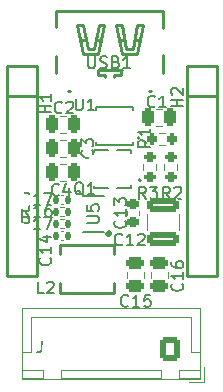
<source format=gbr>
%TF.GenerationSoftware,KiCad,Pcbnew,8.0.8*%
%TF.CreationDate,2025-03-27T14:33:37-07:00*%
%TF.ProjectId,pepper_stepper,70657070-6572-45f7-9374-65707065722e,rev?*%
%TF.SameCoordinates,Original*%
%TF.FileFunction,Legend,Top*%
%TF.FilePolarity,Positive*%
%FSLAX46Y46*%
G04 Gerber Fmt 4.6, Leading zero omitted, Abs format (unit mm)*
G04 Created by KiCad (PCBNEW 8.0.8) date 2025-03-27 14:33:37*
%MOMM*%
%LPD*%
G01*
G04 APERTURE LIST*
G04 Aperture macros list*
%AMRoundRect*
0 Rectangle with rounded corners*
0 $1 Rounding radius*
0 $2 $3 $4 $5 $6 $7 $8 $9 X,Y pos of 4 corners*
0 Add a 4 corners polygon primitive as box body*
4,1,4,$2,$3,$4,$5,$6,$7,$8,$9,$2,$3,0*
0 Add four circle primitives for the rounded corners*
1,1,$1+$1,$2,$3*
1,1,$1+$1,$4,$5*
1,1,$1+$1,$6,$7*
1,1,$1+$1,$8,$9*
0 Add four rect primitives between the rounded corners*
20,1,$1+$1,$2,$3,$4,$5,0*
20,1,$1+$1,$4,$5,$6,$7,0*
20,1,$1+$1,$6,$7,$8,$9,0*
20,1,$1+$1,$8,$9,$2,$3,0*%
G04 Aperture macros list end*
%ADD10C,0.150000*%
%ADD11C,0.120000*%
%ADD12C,0.300000*%
%ADD13C,0.250000*%
%ADD14C,0.200000*%
%ADD15R,0.660000X0.280000*%
%ADD16R,1.500000X2.500000*%
%ADD17RoundRect,0.200000X0.275000X-0.200000X0.275000X0.200000X-0.275000X0.200000X-0.275000X-0.200000X0*%
%ADD18RoundRect,0.250000X-1.100000X0.325000X-1.100000X-0.325000X1.100000X-0.325000X1.100000X0.325000X0*%
%ADD19RoundRect,0.140000X-0.140000X-0.170000X0.140000X-0.170000X0.140000X0.170000X-0.140000X0.170000X0*%
%ADD20RoundRect,0.135000X0.135000X0.185000X-0.135000X0.185000X-0.135000X-0.185000X0.135000X-0.185000X0*%
%ADD21RoundRect,0.250000X0.250000X0.475000X-0.250000X0.475000X-0.250000X-0.475000X0.250000X-0.475000X0*%
%ADD22RoundRect,0.250000X-0.250000X-0.475000X0.250000X-0.475000X0.250000X0.475000X-0.250000X0.475000X0*%
%ADD23R,1.070000X0.530000*%
%ADD24R,1.400000X1.400000*%
%ADD25C,1.400000*%
%ADD26R,0.800000X0.400000*%
%ADD27R,2.000000X2.600000*%
%ADD28R,1.800000X2.000000*%
%ADD29RoundRect,0.225000X0.250000X-0.225000X0.250000X0.225000X-0.250000X0.225000X-0.250000X-0.225000X0*%
%ADD30RoundRect,0.250000X0.600000X0.725000X-0.600000X0.725000X-0.600000X-0.725000X0.600000X-0.725000X0*%
%ADD31O,1.700000X1.950000*%
%ADD32RoundRect,0.200000X0.200000X0.275000X-0.200000X0.275000X-0.200000X-0.275000X0.200000X-0.275000X0*%
%ADD33RoundRect,0.140000X0.140000X0.170000X-0.140000X0.170000X-0.140000X-0.170000X0.140000X-0.170000X0*%
%ADD34RoundRect,0.200000X-0.275000X0.200000X-0.275000X-0.200000X0.275000X-0.200000X0.275000X0.200000X0*%
%ADD35RoundRect,0.135000X-0.135000X-0.185000X0.135000X-0.185000X0.135000X0.185000X-0.135000X0.185000X0*%
%ADD36RoundRect,0.250000X-0.475000X0.250000X-0.475000X-0.250000X0.475000X-0.250000X0.475000X0.250000X0*%
%ADD37O,1.100000X1.700000*%
%ADD38R,0.700000X1.200000*%
%ADD39R,0.800000X1.200000*%
G04 APERTURE END LIST*
D10*
X106172095Y-44666819D02*
X106172095Y-45476342D01*
X106172095Y-45476342D02*
X106219714Y-45571580D01*
X106219714Y-45571580D02*
X106267333Y-45619200D01*
X106267333Y-45619200D02*
X106362571Y-45666819D01*
X106362571Y-45666819D02*
X106553047Y-45666819D01*
X106553047Y-45666819D02*
X106648285Y-45619200D01*
X106648285Y-45619200D02*
X106695904Y-45571580D01*
X106695904Y-45571580D02*
X106743523Y-45476342D01*
X106743523Y-45476342D02*
X106743523Y-44666819D01*
X107743523Y-45666819D02*
X107172095Y-45666819D01*
X107457809Y-45666819D02*
X107457809Y-44666819D01*
X107457809Y-44666819D02*
X107362571Y-44809676D01*
X107362571Y-44809676D02*
X107267333Y-44904914D01*
X107267333Y-44904914D02*
X107172095Y-44952533D01*
X112101333Y-53148637D02*
X111768000Y-52672446D01*
X111529905Y-53148637D02*
X111529905Y-52148637D01*
X111529905Y-52148637D02*
X111910857Y-52148637D01*
X111910857Y-52148637D02*
X112006095Y-52196256D01*
X112006095Y-52196256D02*
X112053714Y-52243875D01*
X112053714Y-52243875D02*
X112101333Y-52339113D01*
X112101333Y-52339113D02*
X112101333Y-52481970D01*
X112101333Y-52481970D02*
X112053714Y-52577208D01*
X112053714Y-52577208D02*
X112006095Y-52624827D01*
X112006095Y-52624827D02*
X111910857Y-52672446D01*
X111910857Y-52672446D02*
X111529905Y-52672446D01*
X112434667Y-52148637D02*
X113053714Y-52148637D01*
X113053714Y-52148637D02*
X112720381Y-52529589D01*
X112720381Y-52529589D02*
X112863238Y-52529589D01*
X112863238Y-52529589D02*
X112958476Y-52577208D01*
X112958476Y-52577208D02*
X113006095Y-52624827D01*
X113006095Y-52624827D02*
X113053714Y-52720065D01*
X113053714Y-52720065D02*
X113053714Y-52958160D01*
X113053714Y-52958160D02*
X113006095Y-53053398D01*
X113006095Y-53053398D02*
X112958476Y-53101018D01*
X112958476Y-53101018D02*
X112863238Y-53148637D01*
X112863238Y-53148637D02*
X112577524Y-53148637D01*
X112577524Y-53148637D02*
X112482286Y-53101018D01*
X112482286Y-53101018D02*
X112434667Y-53053398D01*
X110101142Y-57001580D02*
X110053523Y-57049200D01*
X110053523Y-57049200D02*
X109910666Y-57096819D01*
X109910666Y-57096819D02*
X109815428Y-57096819D01*
X109815428Y-57096819D02*
X109672571Y-57049200D01*
X109672571Y-57049200D02*
X109577333Y-56953961D01*
X109577333Y-56953961D02*
X109529714Y-56858723D01*
X109529714Y-56858723D02*
X109482095Y-56668247D01*
X109482095Y-56668247D02*
X109482095Y-56525390D01*
X109482095Y-56525390D02*
X109529714Y-56334914D01*
X109529714Y-56334914D02*
X109577333Y-56239676D01*
X109577333Y-56239676D02*
X109672571Y-56144438D01*
X109672571Y-56144438D02*
X109815428Y-56096819D01*
X109815428Y-56096819D02*
X109910666Y-56096819D01*
X109910666Y-56096819D02*
X110053523Y-56144438D01*
X110053523Y-56144438D02*
X110101142Y-56192057D01*
X111053523Y-57096819D02*
X110482095Y-57096819D01*
X110767809Y-57096819D02*
X110767809Y-56096819D01*
X110767809Y-56096819D02*
X110672571Y-56239676D01*
X110672571Y-56239676D02*
X110577333Y-56334914D01*
X110577333Y-56334914D02*
X110482095Y-56382533D01*
X111434476Y-56192057D02*
X111482095Y-56144438D01*
X111482095Y-56144438D02*
X111577333Y-56096819D01*
X111577333Y-56096819D02*
X111815428Y-56096819D01*
X111815428Y-56096819D02*
X111910666Y-56144438D01*
X111910666Y-56144438D02*
X111958285Y-56192057D01*
X111958285Y-56192057D02*
X112005904Y-56287295D01*
X112005904Y-56287295D02*
X112005904Y-56382533D01*
X112005904Y-56382533D02*
X111958285Y-56525390D01*
X111958285Y-56525390D02*
X111386857Y-57096819D01*
X111386857Y-57096819D02*
X112005904Y-57096819D01*
X102227142Y-53561398D02*
X102179523Y-53609018D01*
X102179523Y-53609018D02*
X102036666Y-53656637D01*
X102036666Y-53656637D02*
X101941428Y-53656637D01*
X101941428Y-53656637D02*
X101798571Y-53609018D01*
X101798571Y-53609018D02*
X101703333Y-53513779D01*
X101703333Y-53513779D02*
X101655714Y-53418541D01*
X101655714Y-53418541D02*
X101608095Y-53228065D01*
X101608095Y-53228065D02*
X101608095Y-53085208D01*
X101608095Y-53085208D02*
X101655714Y-52894732D01*
X101655714Y-52894732D02*
X101703333Y-52799494D01*
X101703333Y-52799494D02*
X101798571Y-52704256D01*
X101798571Y-52704256D02*
X101941428Y-52656637D01*
X101941428Y-52656637D02*
X102036666Y-52656637D01*
X102036666Y-52656637D02*
X102179523Y-52704256D01*
X102179523Y-52704256D02*
X102227142Y-52751875D01*
X103179523Y-53656637D02*
X102608095Y-53656637D01*
X102893809Y-53656637D02*
X102893809Y-52656637D01*
X102893809Y-52656637D02*
X102798571Y-52799494D01*
X102798571Y-52799494D02*
X102703333Y-52894732D01*
X102703333Y-52894732D02*
X102608095Y-52942351D01*
X103512857Y-52656637D02*
X104179523Y-52656637D01*
X104179523Y-52656637D02*
X103750952Y-53656637D01*
X102227142Y-54672637D02*
X101893809Y-54196446D01*
X101655714Y-54672637D02*
X101655714Y-53672637D01*
X101655714Y-53672637D02*
X102036666Y-53672637D01*
X102036666Y-53672637D02*
X102131904Y-53720256D01*
X102131904Y-53720256D02*
X102179523Y-53767875D01*
X102179523Y-53767875D02*
X102227142Y-53863113D01*
X102227142Y-53863113D02*
X102227142Y-54005970D01*
X102227142Y-54005970D02*
X102179523Y-54101208D01*
X102179523Y-54101208D02*
X102131904Y-54148827D01*
X102131904Y-54148827D02*
X102036666Y-54196446D01*
X102036666Y-54196446D02*
X101655714Y-54196446D01*
X103179523Y-54672637D02*
X102608095Y-54672637D01*
X102893809Y-54672637D02*
X102893809Y-53672637D01*
X102893809Y-53672637D02*
X102798571Y-53815494D01*
X102798571Y-53815494D02*
X102703333Y-53910732D01*
X102703333Y-53910732D02*
X102608095Y-53958351D01*
X104036666Y-53672637D02*
X103846190Y-53672637D01*
X103846190Y-53672637D02*
X103750952Y-53720256D01*
X103750952Y-53720256D02*
X103703333Y-53767875D01*
X103703333Y-53767875D02*
X103608095Y-53910732D01*
X103608095Y-53910732D02*
X103560476Y-54101208D01*
X103560476Y-54101208D02*
X103560476Y-54482160D01*
X103560476Y-54482160D02*
X103608095Y-54577398D01*
X103608095Y-54577398D02*
X103655714Y-54625018D01*
X103655714Y-54625018D02*
X103750952Y-54672637D01*
X103750952Y-54672637D02*
X103941428Y-54672637D01*
X103941428Y-54672637D02*
X104036666Y-54625018D01*
X104036666Y-54625018D02*
X104084285Y-54577398D01*
X104084285Y-54577398D02*
X104131904Y-54482160D01*
X104131904Y-54482160D02*
X104131904Y-54244065D01*
X104131904Y-54244065D02*
X104084285Y-54148827D01*
X104084285Y-54148827D02*
X104036666Y-54101208D01*
X104036666Y-54101208D02*
X103941428Y-54053589D01*
X103941428Y-54053589D02*
X103750952Y-54053589D01*
X103750952Y-54053589D02*
X103655714Y-54101208D01*
X103655714Y-54101208D02*
X103608095Y-54148827D01*
X103608095Y-54148827D02*
X103560476Y-54244065D01*
X107547580Y-49050484D02*
X107595200Y-49098103D01*
X107595200Y-49098103D02*
X107642819Y-49240960D01*
X107642819Y-49240960D02*
X107642819Y-49336198D01*
X107642819Y-49336198D02*
X107595200Y-49479055D01*
X107595200Y-49479055D02*
X107499961Y-49574293D01*
X107499961Y-49574293D02*
X107404723Y-49621912D01*
X107404723Y-49621912D02*
X107214247Y-49669531D01*
X107214247Y-49669531D02*
X107071390Y-49669531D01*
X107071390Y-49669531D02*
X106880914Y-49621912D01*
X106880914Y-49621912D02*
X106785676Y-49574293D01*
X106785676Y-49574293D02*
X106690438Y-49479055D01*
X106690438Y-49479055D02*
X106642819Y-49336198D01*
X106642819Y-49336198D02*
X106642819Y-49240960D01*
X106642819Y-49240960D02*
X106690438Y-49098103D01*
X106690438Y-49098103D02*
X106738057Y-49050484D01*
X106642819Y-48717150D02*
X106642819Y-48098103D01*
X106642819Y-48098103D02*
X107023771Y-48431436D01*
X107023771Y-48431436D02*
X107023771Y-48288579D01*
X107023771Y-48288579D02*
X107071390Y-48193341D01*
X107071390Y-48193341D02*
X107119009Y-48145722D01*
X107119009Y-48145722D02*
X107214247Y-48098103D01*
X107214247Y-48098103D02*
X107452342Y-48098103D01*
X107452342Y-48098103D02*
X107547580Y-48145722D01*
X107547580Y-48145722D02*
X107595200Y-48193341D01*
X107595200Y-48193341D02*
X107642819Y-48288579D01*
X107642819Y-48288579D02*
X107642819Y-48574293D01*
X107642819Y-48574293D02*
X107595200Y-48669531D01*
X107595200Y-48669531D02*
X107547580Y-48717150D01*
X104989333Y-45825580D02*
X104941714Y-45873200D01*
X104941714Y-45873200D02*
X104798857Y-45920819D01*
X104798857Y-45920819D02*
X104703619Y-45920819D01*
X104703619Y-45920819D02*
X104560762Y-45873200D01*
X104560762Y-45873200D02*
X104465524Y-45777961D01*
X104465524Y-45777961D02*
X104417905Y-45682723D01*
X104417905Y-45682723D02*
X104370286Y-45492247D01*
X104370286Y-45492247D02*
X104370286Y-45349390D01*
X104370286Y-45349390D02*
X104417905Y-45158914D01*
X104417905Y-45158914D02*
X104465524Y-45063676D01*
X104465524Y-45063676D02*
X104560762Y-44968438D01*
X104560762Y-44968438D02*
X104703619Y-44920819D01*
X104703619Y-44920819D02*
X104798857Y-44920819D01*
X104798857Y-44920819D02*
X104941714Y-44968438D01*
X104941714Y-44968438D02*
X104989333Y-45016057D01*
X105370286Y-45016057D02*
X105417905Y-44968438D01*
X105417905Y-44968438D02*
X105513143Y-44920819D01*
X105513143Y-44920819D02*
X105751238Y-44920819D01*
X105751238Y-44920819D02*
X105846476Y-44968438D01*
X105846476Y-44968438D02*
X105894095Y-45016057D01*
X105894095Y-45016057D02*
X105941714Y-45111295D01*
X105941714Y-45111295D02*
X105941714Y-45206533D01*
X105941714Y-45206533D02*
X105894095Y-45349390D01*
X105894095Y-45349390D02*
X105322667Y-45920819D01*
X105322667Y-45920819D02*
X105941714Y-45920819D01*
X107118419Y-55198122D02*
X107927942Y-55198122D01*
X107927942Y-55198122D02*
X108023180Y-55150503D01*
X108023180Y-55150503D02*
X108070800Y-55102884D01*
X108070800Y-55102884D02*
X108118419Y-55007646D01*
X108118419Y-55007646D02*
X108118419Y-54817170D01*
X108118419Y-54817170D02*
X108070800Y-54721932D01*
X108070800Y-54721932D02*
X108023180Y-54674313D01*
X108023180Y-54674313D02*
X107927942Y-54626694D01*
X107927942Y-54626694D02*
X107118419Y-54626694D01*
X107118419Y-53674313D02*
X107118419Y-54150503D01*
X107118419Y-54150503D02*
X107594609Y-54198122D01*
X107594609Y-54198122D02*
X107546990Y-54150503D01*
X107546990Y-54150503D02*
X107499371Y-54055265D01*
X107499371Y-54055265D02*
X107499371Y-53817170D01*
X107499371Y-53817170D02*
X107546990Y-53721932D01*
X107546990Y-53721932D02*
X107594609Y-53674313D01*
X107594609Y-53674313D02*
X107689847Y-53626694D01*
X107689847Y-53626694D02*
X107927942Y-53626694D01*
X107927942Y-53626694D02*
X108023180Y-53674313D01*
X108023180Y-53674313D02*
X108070800Y-53721932D01*
X108070800Y-53721932D02*
X108118419Y-53817170D01*
X108118419Y-53817170D02*
X108118419Y-54055265D01*
X108118419Y-54055265D02*
X108070800Y-54150503D01*
X108070800Y-54150503D02*
X108023180Y-54198122D01*
X104086819Y-45835722D02*
X103086819Y-45835722D01*
X103563009Y-45835722D02*
X103563009Y-45264294D01*
X104086819Y-45264294D02*
X103086819Y-45264294D01*
X104086819Y-44264294D02*
X104086819Y-44835722D01*
X104086819Y-44550008D02*
X103086819Y-44550008D01*
X103086819Y-44550008D02*
X103229676Y-44645246D01*
X103229676Y-44645246D02*
X103324914Y-44740484D01*
X103324914Y-44740484D02*
X103372533Y-44835722D01*
X106838761Y-52862875D02*
X106743523Y-52815256D01*
X106743523Y-52815256D02*
X106648285Y-52720018D01*
X106648285Y-52720018D02*
X106505428Y-52577160D01*
X106505428Y-52577160D02*
X106410190Y-52529541D01*
X106410190Y-52529541D02*
X106314952Y-52529541D01*
X106362571Y-52767637D02*
X106267333Y-52720018D01*
X106267333Y-52720018D02*
X106172095Y-52624779D01*
X106172095Y-52624779D02*
X106124476Y-52434303D01*
X106124476Y-52434303D02*
X106124476Y-52100970D01*
X106124476Y-52100970D02*
X106172095Y-51910494D01*
X106172095Y-51910494D02*
X106267333Y-51815256D01*
X106267333Y-51815256D02*
X106362571Y-51767637D01*
X106362571Y-51767637D02*
X106553047Y-51767637D01*
X106553047Y-51767637D02*
X106648285Y-51815256D01*
X106648285Y-51815256D02*
X106743523Y-51910494D01*
X106743523Y-51910494D02*
X106791142Y-52100970D01*
X106791142Y-52100970D02*
X106791142Y-52434303D01*
X106791142Y-52434303D02*
X106743523Y-52624779D01*
X106743523Y-52624779D02*
X106648285Y-52720018D01*
X106648285Y-52720018D02*
X106553047Y-52767637D01*
X106553047Y-52767637D02*
X106362571Y-52767637D01*
X107743523Y-52767637D02*
X107172095Y-52767637D01*
X107457809Y-52767637D02*
X107457809Y-51767637D01*
X107457809Y-51767637D02*
X107362571Y-51910494D01*
X107362571Y-51910494D02*
X107267333Y-52005732D01*
X107267333Y-52005732D02*
X107172095Y-52053351D01*
X103465333Y-61160819D02*
X102989143Y-61160819D01*
X102989143Y-61160819D02*
X102989143Y-60160819D01*
X103751048Y-60256057D02*
X103798667Y-60208438D01*
X103798667Y-60208438D02*
X103893905Y-60160819D01*
X103893905Y-60160819D02*
X104132000Y-60160819D01*
X104132000Y-60160819D02*
X104227238Y-60208438D01*
X104227238Y-60208438D02*
X104274857Y-60256057D01*
X104274857Y-60256057D02*
X104322476Y-60351295D01*
X104322476Y-60351295D02*
X104322476Y-60446533D01*
X104322476Y-60446533D02*
X104274857Y-60589390D01*
X104274857Y-60589390D02*
X103703429Y-61160819D01*
X103703429Y-61160819D02*
X104322476Y-61160819D01*
X110341580Y-54998857D02*
X110389200Y-55046476D01*
X110389200Y-55046476D02*
X110436819Y-55189333D01*
X110436819Y-55189333D02*
X110436819Y-55284571D01*
X110436819Y-55284571D02*
X110389200Y-55427428D01*
X110389200Y-55427428D02*
X110293961Y-55522666D01*
X110293961Y-55522666D02*
X110198723Y-55570285D01*
X110198723Y-55570285D02*
X110008247Y-55617904D01*
X110008247Y-55617904D02*
X109865390Y-55617904D01*
X109865390Y-55617904D02*
X109674914Y-55570285D01*
X109674914Y-55570285D02*
X109579676Y-55522666D01*
X109579676Y-55522666D02*
X109484438Y-55427428D01*
X109484438Y-55427428D02*
X109436819Y-55284571D01*
X109436819Y-55284571D02*
X109436819Y-55189333D01*
X109436819Y-55189333D02*
X109484438Y-55046476D01*
X109484438Y-55046476D02*
X109532057Y-54998857D01*
X110436819Y-54046476D02*
X110436819Y-54617904D01*
X110436819Y-54332190D02*
X109436819Y-54332190D01*
X109436819Y-54332190D02*
X109579676Y-54427428D01*
X109579676Y-54427428D02*
X109674914Y-54522666D01*
X109674914Y-54522666D02*
X109722533Y-54617904D01*
X109436819Y-53713142D02*
X109436819Y-53094095D01*
X109436819Y-53094095D02*
X109817771Y-53427428D01*
X109817771Y-53427428D02*
X109817771Y-53284571D01*
X109817771Y-53284571D02*
X109865390Y-53189333D01*
X109865390Y-53189333D02*
X109913009Y-53141714D01*
X109913009Y-53141714D02*
X110008247Y-53094095D01*
X110008247Y-53094095D02*
X110246342Y-53094095D01*
X110246342Y-53094095D02*
X110341580Y-53141714D01*
X110341580Y-53141714D02*
X110389200Y-53189333D01*
X110389200Y-53189333D02*
X110436819Y-53284571D01*
X110436819Y-53284571D02*
X110436819Y-53570285D01*
X110436819Y-53570285D02*
X110389200Y-53665523D01*
X110389200Y-53665523D02*
X110341580Y-53713142D01*
X112863333Y-45317580D02*
X112815714Y-45365200D01*
X112815714Y-45365200D02*
X112672857Y-45412819D01*
X112672857Y-45412819D02*
X112577619Y-45412819D01*
X112577619Y-45412819D02*
X112434762Y-45365200D01*
X112434762Y-45365200D02*
X112339524Y-45269961D01*
X112339524Y-45269961D02*
X112291905Y-45174723D01*
X112291905Y-45174723D02*
X112244286Y-44984247D01*
X112244286Y-44984247D02*
X112244286Y-44841390D01*
X112244286Y-44841390D02*
X112291905Y-44650914D01*
X112291905Y-44650914D02*
X112339524Y-44555676D01*
X112339524Y-44555676D02*
X112434762Y-44460438D01*
X112434762Y-44460438D02*
X112577619Y-44412819D01*
X112577619Y-44412819D02*
X112672857Y-44412819D01*
X112672857Y-44412819D02*
X112815714Y-44460438D01*
X112815714Y-44460438D02*
X112863333Y-44508057D01*
X113815714Y-45412819D02*
X113244286Y-45412819D01*
X113530000Y-45412819D02*
X113530000Y-44412819D01*
X113530000Y-44412819D02*
X113434762Y-44555676D01*
X113434762Y-44555676D02*
X113339524Y-44650914D01*
X113339524Y-44650914D02*
X113244286Y-44698533D01*
X103298666Y-65168257D02*
X103298666Y-65882542D01*
X103298666Y-65882542D02*
X103251047Y-66025399D01*
X103251047Y-66025399D02*
X103155809Y-66120638D01*
X103155809Y-66120638D02*
X103012952Y-66168257D01*
X103012952Y-66168257D02*
X102917714Y-66168257D01*
X104298666Y-66168257D02*
X103727238Y-66168257D01*
X104012952Y-66168257D02*
X104012952Y-65168257D01*
X104012952Y-65168257D02*
X103917714Y-65311114D01*
X103917714Y-65311114D02*
X103822476Y-65406352D01*
X103822476Y-65406352D02*
X103727238Y-65453971D01*
X112468819Y-48172666D02*
X111992628Y-48505999D01*
X112468819Y-48744094D02*
X111468819Y-48744094D01*
X111468819Y-48744094D02*
X111468819Y-48363142D01*
X111468819Y-48363142D02*
X111516438Y-48267904D01*
X111516438Y-48267904D02*
X111564057Y-48220285D01*
X111564057Y-48220285D02*
X111659295Y-48172666D01*
X111659295Y-48172666D02*
X111802152Y-48172666D01*
X111802152Y-48172666D02*
X111897390Y-48220285D01*
X111897390Y-48220285D02*
X111945009Y-48267904D01*
X111945009Y-48267904D02*
X111992628Y-48363142D01*
X111992628Y-48363142D02*
X111992628Y-48744094D01*
X112468819Y-47220285D02*
X112468819Y-47791713D01*
X112468819Y-47505999D02*
X111468819Y-47505999D01*
X111468819Y-47505999D02*
X111611676Y-47601237D01*
X111611676Y-47601237D02*
X111706914Y-47696475D01*
X111706914Y-47696475D02*
X111754533Y-47791713D01*
X104735333Y-52799398D02*
X104687714Y-52847018D01*
X104687714Y-52847018D02*
X104544857Y-52894637D01*
X104544857Y-52894637D02*
X104449619Y-52894637D01*
X104449619Y-52894637D02*
X104306762Y-52847018D01*
X104306762Y-52847018D02*
X104211524Y-52751779D01*
X104211524Y-52751779D02*
X104163905Y-52656541D01*
X104163905Y-52656541D02*
X104116286Y-52466065D01*
X104116286Y-52466065D02*
X104116286Y-52323208D01*
X104116286Y-52323208D02*
X104163905Y-52132732D01*
X104163905Y-52132732D02*
X104211524Y-52037494D01*
X104211524Y-52037494D02*
X104306762Y-51942256D01*
X104306762Y-51942256D02*
X104449619Y-51894637D01*
X104449619Y-51894637D02*
X104544857Y-51894637D01*
X104544857Y-51894637D02*
X104687714Y-51942256D01*
X104687714Y-51942256D02*
X104735333Y-51989875D01*
X105592476Y-52227970D02*
X105592476Y-52894637D01*
X105354381Y-51847018D02*
X105116286Y-52561303D01*
X105116286Y-52561303D02*
X105735333Y-52561303D01*
X115262819Y-45327722D02*
X114262819Y-45327722D01*
X114739009Y-45327722D02*
X114739009Y-44756294D01*
X115262819Y-44756294D02*
X114262819Y-44756294D01*
X114358057Y-44327722D02*
X114310438Y-44280103D01*
X114310438Y-44280103D02*
X114262819Y-44184865D01*
X114262819Y-44184865D02*
X114262819Y-43946770D01*
X114262819Y-43946770D02*
X114310438Y-43851532D01*
X114310438Y-43851532D02*
X114358057Y-43803913D01*
X114358057Y-43803913D02*
X114453295Y-43756294D01*
X114453295Y-43756294D02*
X114548533Y-43756294D01*
X114548533Y-43756294D02*
X114691390Y-43803913D01*
X114691390Y-43803913D02*
X115262819Y-44375341D01*
X115262819Y-44375341D02*
X115262819Y-43756294D01*
X103991580Y-58162675D02*
X104039200Y-58210294D01*
X104039200Y-58210294D02*
X104086819Y-58353151D01*
X104086819Y-58353151D02*
X104086819Y-58448389D01*
X104086819Y-58448389D02*
X104039200Y-58591246D01*
X104039200Y-58591246D02*
X103943961Y-58686484D01*
X103943961Y-58686484D02*
X103848723Y-58734103D01*
X103848723Y-58734103D02*
X103658247Y-58781722D01*
X103658247Y-58781722D02*
X103515390Y-58781722D01*
X103515390Y-58781722D02*
X103324914Y-58734103D01*
X103324914Y-58734103D02*
X103229676Y-58686484D01*
X103229676Y-58686484D02*
X103134438Y-58591246D01*
X103134438Y-58591246D02*
X103086819Y-58448389D01*
X103086819Y-58448389D02*
X103086819Y-58353151D01*
X103086819Y-58353151D02*
X103134438Y-58210294D01*
X103134438Y-58210294D02*
X103182057Y-58162675D01*
X104086819Y-57210294D02*
X104086819Y-57781722D01*
X104086819Y-57496008D02*
X103086819Y-57496008D01*
X103086819Y-57496008D02*
X103229676Y-57591246D01*
X103229676Y-57591246D02*
X103324914Y-57686484D01*
X103324914Y-57686484D02*
X103372533Y-57781722D01*
X103420152Y-56353151D02*
X104086819Y-56353151D01*
X103039200Y-56591246D02*
X103753485Y-56829341D01*
X103753485Y-56829341D02*
X103753485Y-56210294D01*
X114133333Y-53148637D02*
X113800000Y-52672446D01*
X113561905Y-53148637D02*
X113561905Y-52148637D01*
X113561905Y-52148637D02*
X113942857Y-52148637D01*
X113942857Y-52148637D02*
X114038095Y-52196256D01*
X114038095Y-52196256D02*
X114085714Y-52243875D01*
X114085714Y-52243875D02*
X114133333Y-52339113D01*
X114133333Y-52339113D02*
X114133333Y-52481970D01*
X114133333Y-52481970D02*
X114085714Y-52577208D01*
X114085714Y-52577208D02*
X114038095Y-52624827D01*
X114038095Y-52624827D02*
X113942857Y-52672446D01*
X113942857Y-52672446D02*
X113561905Y-52672446D01*
X114514286Y-52243875D02*
X114561905Y-52196256D01*
X114561905Y-52196256D02*
X114657143Y-52148637D01*
X114657143Y-52148637D02*
X114895238Y-52148637D01*
X114895238Y-52148637D02*
X114990476Y-52196256D01*
X114990476Y-52196256D02*
X115038095Y-52243875D01*
X115038095Y-52243875D02*
X115085714Y-52339113D01*
X115085714Y-52339113D02*
X115085714Y-52434351D01*
X115085714Y-52434351D02*
X115038095Y-52577208D01*
X115038095Y-52577208D02*
X114466667Y-53148637D01*
X114466667Y-53148637D02*
X115085714Y-53148637D01*
X102227142Y-55719037D02*
X101893809Y-55242846D01*
X101655714Y-55719037D02*
X101655714Y-54719037D01*
X101655714Y-54719037D02*
X102036666Y-54719037D01*
X102036666Y-54719037D02*
X102131904Y-54766656D01*
X102131904Y-54766656D02*
X102179523Y-54814275D01*
X102179523Y-54814275D02*
X102227142Y-54909513D01*
X102227142Y-54909513D02*
X102227142Y-55052370D01*
X102227142Y-55052370D02*
X102179523Y-55147608D01*
X102179523Y-55147608D02*
X102131904Y-55195227D01*
X102131904Y-55195227D02*
X102036666Y-55242846D01*
X102036666Y-55242846D02*
X101655714Y-55242846D01*
X103179523Y-55719037D02*
X102608095Y-55719037D01*
X102893809Y-55719037D02*
X102893809Y-54719037D01*
X102893809Y-54719037D02*
X102798571Y-54861894D01*
X102798571Y-54861894D02*
X102703333Y-54957132D01*
X102703333Y-54957132D02*
X102608095Y-55004751D01*
X103512857Y-54719037D02*
X104179523Y-54719037D01*
X104179523Y-54719037D02*
X103750952Y-55719037D01*
X110609142Y-62197398D02*
X110561523Y-62245018D01*
X110561523Y-62245018D02*
X110418666Y-62292637D01*
X110418666Y-62292637D02*
X110323428Y-62292637D01*
X110323428Y-62292637D02*
X110180571Y-62245018D01*
X110180571Y-62245018D02*
X110085333Y-62149779D01*
X110085333Y-62149779D02*
X110037714Y-62054541D01*
X110037714Y-62054541D02*
X109990095Y-61864065D01*
X109990095Y-61864065D02*
X109990095Y-61721208D01*
X109990095Y-61721208D02*
X110037714Y-61530732D01*
X110037714Y-61530732D02*
X110085333Y-61435494D01*
X110085333Y-61435494D02*
X110180571Y-61340256D01*
X110180571Y-61340256D02*
X110323428Y-61292637D01*
X110323428Y-61292637D02*
X110418666Y-61292637D01*
X110418666Y-61292637D02*
X110561523Y-61340256D01*
X110561523Y-61340256D02*
X110609142Y-61387875D01*
X111561523Y-62292637D02*
X110990095Y-62292637D01*
X111275809Y-62292637D02*
X111275809Y-61292637D01*
X111275809Y-61292637D02*
X111180571Y-61435494D01*
X111180571Y-61435494D02*
X111085333Y-61530732D01*
X111085333Y-61530732D02*
X110990095Y-61578351D01*
X112466285Y-61292637D02*
X111990095Y-61292637D01*
X111990095Y-61292637D02*
X111942476Y-61768827D01*
X111942476Y-61768827D02*
X111990095Y-61721208D01*
X111990095Y-61721208D02*
X112085333Y-61673589D01*
X112085333Y-61673589D02*
X112323428Y-61673589D01*
X112323428Y-61673589D02*
X112418666Y-61721208D01*
X112418666Y-61721208D02*
X112466285Y-61768827D01*
X112466285Y-61768827D02*
X112513904Y-61864065D01*
X112513904Y-61864065D02*
X112513904Y-62102160D01*
X112513904Y-62102160D02*
X112466285Y-62197398D01*
X112466285Y-62197398D02*
X112418666Y-62245018D01*
X112418666Y-62245018D02*
X112323428Y-62292637D01*
X112323428Y-62292637D02*
X112085333Y-62292637D01*
X112085333Y-62292637D02*
X111990095Y-62245018D01*
X111990095Y-62245018D02*
X111942476Y-62197398D01*
X107227905Y-41099637D02*
X107227905Y-41909160D01*
X107227905Y-41909160D02*
X107275524Y-42004398D01*
X107275524Y-42004398D02*
X107323143Y-42052018D01*
X107323143Y-42052018D02*
X107418381Y-42099637D01*
X107418381Y-42099637D02*
X107608857Y-42099637D01*
X107608857Y-42099637D02*
X107704095Y-42052018D01*
X107704095Y-42052018D02*
X107751714Y-42004398D01*
X107751714Y-42004398D02*
X107799333Y-41909160D01*
X107799333Y-41909160D02*
X107799333Y-41099637D01*
X108227905Y-42052018D02*
X108370762Y-42099637D01*
X108370762Y-42099637D02*
X108608857Y-42099637D01*
X108608857Y-42099637D02*
X108704095Y-42052018D01*
X108704095Y-42052018D02*
X108751714Y-42004398D01*
X108751714Y-42004398D02*
X108799333Y-41909160D01*
X108799333Y-41909160D02*
X108799333Y-41813922D01*
X108799333Y-41813922D02*
X108751714Y-41718684D01*
X108751714Y-41718684D02*
X108704095Y-41671065D01*
X108704095Y-41671065D02*
X108608857Y-41623446D01*
X108608857Y-41623446D02*
X108418381Y-41575827D01*
X108418381Y-41575827D02*
X108323143Y-41528208D01*
X108323143Y-41528208D02*
X108275524Y-41480589D01*
X108275524Y-41480589D02*
X108227905Y-41385351D01*
X108227905Y-41385351D02*
X108227905Y-41290113D01*
X108227905Y-41290113D02*
X108275524Y-41194875D01*
X108275524Y-41194875D02*
X108323143Y-41147256D01*
X108323143Y-41147256D02*
X108418381Y-41099637D01*
X108418381Y-41099637D02*
X108656476Y-41099637D01*
X108656476Y-41099637D02*
X108799333Y-41147256D01*
X109561238Y-41575827D02*
X109704095Y-41623446D01*
X109704095Y-41623446D02*
X109751714Y-41671065D01*
X109751714Y-41671065D02*
X109799333Y-41766303D01*
X109799333Y-41766303D02*
X109799333Y-41909160D01*
X109799333Y-41909160D02*
X109751714Y-42004398D01*
X109751714Y-42004398D02*
X109704095Y-42052018D01*
X109704095Y-42052018D02*
X109608857Y-42099637D01*
X109608857Y-42099637D02*
X109227905Y-42099637D01*
X109227905Y-42099637D02*
X109227905Y-41099637D01*
X109227905Y-41099637D02*
X109561238Y-41099637D01*
X109561238Y-41099637D02*
X109656476Y-41147256D01*
X109656476Y-41147256D02*
X109704095Y-41194875D01*
X109704095Y-41194875D02*
X109751714Y-41290113D01*
X109751714Y-41290113D02*
X109751714Y-41385351D01*
X109751714Y-41385351D02*
X109704095Y-41480589D01*
X109704095Y-41480589D02*
X109656476Y-41528208D01*
X109656476Y-41528208D02*
X109561238Y-41575827D01*
X109561238Y-41575827D02*
X109227905Y-41575827D01*
X110751714Y-42099637D02*
X110180286Y-42099637D01*
X110466000Y-42099637D02*
X110466000Y-41099637D01*
X110466000Y-41099637D02*
X110370762Y-41242494D01*
X110370762Y-41242494D02*
X110275524Y-41337732D01*
X110275524Y-41337732D02*
X110180286Y-41385351D01*
X115167580Y-60332857D02*
X115215200Y-60380476D01*
X115215200Y-60380476D02*
X115262819Y-60523333D01*
X115262819Y-60523333D02*
X115262819Y-60618571D01*
X115262819Y-60618571D02*
X115215200Y-60761428D01*
X115215200Y-60761428D02*
X115119961Y-60856666D01*
X115119961Y-60856666D02*
X115024723Y-60904285D01*
X115024723Y-60904285D02*
X114834247Y-60951904D01*
X114834247Y-60951904D02*
X114691390Y-60951904D01*
X114691390Y-60951904D02*
X114500914Y-60904285D01*
X114500914Y-60904285D02*
X114405676Y-60856666D01*
X114405676Y-60856666D02*
X114310438Y-60761428D01*
X114310438Y-60761428D02*
X114262819Y-60618571D01*
X114262819Y-60618571D02*
X114262819Y-60523333D01*
X114262819Y-60523333D02*
X114310438Y-60380476D01*
X114310438Y-60380476D02*
X114358057Y-60332857D01*
X115262819Y-59380476D02*
X115262819Y-59951904D01*
X115262819Y-59666190D02*
X114262819Y-59666190D01*
X114262819Y-59666190D02*
X114405676Y-59761428D01*
X114405676Y-59761428D02*
X114500914Y-59856666D01*
X114500914Y-59856666D02*
X114548533Y-59951904D01*
X114262819Y-58523333D02*
X114262819Y-58713809D01*
X114262819Y-58713809D02*
X114310438Y-58809047D01*
X114310438Y-58809047D02*
X114358057Y-58856666D01*
X114358057Y-58856666D02*
X114500914Y-58951904D01*
X114500914Y-58951904D02*
X114691390Y-58999523D01*
X114691390Y-58999523D02*
X115072342Y-58999523D01*
X115072342Y-58999523D02*
X115167580Y-58951904D01*
X115167580Y-58951904D02*
X115215200Y-58904285D01*
X115215200Y-58904285D02*
X115262819Y-58809047D01*
X115262819Y-58809047D02*
X115262819Y-58618571D01*
X115262819Y-58618571D02*
X115215200Y-58523333D01*
X115215200Y-58523333D02*
X115167580Y-58475714D01*
X115167580Y-58475714D02*
X115072342Y-58428095D01*
X115072342Y-58428095D02*
X114834247Y-58428095D01*
X114834247Y-58428095D02*
X114739009Y-58475714D01*
X114739009Y-58475714D02*
X114691390Y-58523333D01*
X114691390Y-58523333D02*
X114643771Y-58618571D01*
X114643771Y-58618571D02*
X114643771Y-58809047D01*
X114643771Y-58809047D02*
X114691390Y-58904285D01*
X114691390Y-58904285D02*
X114739009Y-58951904D01*
X114739009Y-58951904D02*
X114834247Y-58999523D01*
%TO.C,U1*%
X107843200Y-45424218D02*
X107843200Y-45674218D01*
X107843200Y-48574218D02*
X107843200Y-48334218D01*
X110993200Y-45424218D02*
X107843200Y-45424218D01*
X110993200Y-45674218D02*
X110993200Y-45424218D01*
X110993200Y-48334218D02*
X110993200Y-48574218D01*
X110993200Y-48574218D02*
X107843200Y-48574218D01*
X111533200Y-48004218D02*
G75*
G02*
X111393200Y-48004218I-70000J0D01*
G01*
X111393200Y-48004218D02*
G75*
G02*
X111533200Y-48004218I70000J0D01*
G01*
D11*
%TO.C,R3*%
X111901100Y-50681076D02*
X111901100Y-50206560D01*
X112946100Y-50681076D02*
X112946100Y-50206560D01*
%TO.C,C12*%
X112178000Y-54406748D02*
X112178000Y-55829252D01*
X114898000Y-54406748D02*
X114898000Y-55829252D01*
%TO.C,C17*%
X104881764Y-52872218D02*
X105097436Y-52872218D01*
X104881764Y-53592218D02*
X105097436Y-53592218D01*
%TO.C,R16*%
X105143241Y-53868218D02*
X104835959Y-53868218D01*
X105143241Y-54628218D02*
X104835959Y-54628218D01*
%TO.C,C3*%
X105334052Y-48145718D02*
X104811548Y-48145718D01*
X105334052Y-49615718D02*
X104811548Y-49615718D01*
%TO.C,C2*%
X104811548Y-46113718D02*
X105334052Y-46113718D01*
X104811548Y-47583718D02*
X105334052Y-47583718D01*
D10*
%TO.C,U5*%
X108553600Y-52896218D02*
X106773600Y-52896218D01*
X108553600Y-55976218D02*
X106773600Y-55976218D01*
D12*
X109113600Y-56106218D02*
G75*
G02*
X108813600Y-56106218I-150000J0D01*
G01*
X108813600Y-56106218D02*
G75*
G02*
X109113600Y-56106218I150000J0D01*
G01*
D13*
%TO.C,H1*%
X100330000Y-41910000D02*
X102820000Y-41910000D01*
X100330000Y-59690000D02*
X100330000Y-41910000D01*
X102750000Y-44450000D02*
X100460000Y-44450000D01*
X102870000Y-41910000D02*
X102870000Y-59690000D01*
X102870000Y-59690000D02*
X100330000Y-59690000D01*
D10*
%TO.C,Q1*%
X107725200Y-49051018D02*
X108915200Y-49051018D01*
X107725200Y-49191018D02*
X107725200Y-49051018D01*
X107725200Y-52201018D02*
X107725200Y-52051018D01*
X108915200Y-52201018D02*
X107725200Y-52201018D01*
X109625200Y-49051018D02*
X110825200Y-49051018D01*
X110815200Y-49251018D02*
X110825200Y-49051018D01*
X110815200Y-52201018D02*
X109625200Y-52201018D01*
X110815200Y-52201018D02*
X110815200Y-52011018D01*
D14*
X111675200Y-51591018D02*
G75*
G02*
X111475200Y-51591018I-100000J0D01*
G01*
X111475200Y-51591018D02*
G75*
G02*
X111675200Y-51591018I100000J0D01*
G01*
D13*
%TO.C,L2*%
X104858600Y-57044218D02*
X109438600Y-57044218D01*
X104858600Y-57844218D02*
X104858600Y-57044218D01*
X104858600Y-61104218D02*
X104858600Y-60304218D01*
X109438600Y-57044218D02*
X109438600Y-57844218D01*
X109438600Y-60304218D02*
X109438600Y-61104218D01*
X109438600Y-61104218D02*
X104858600Y-61104218D01*
D11*
%TO.C,C13*%
X110488000Y-54496580D02*
X110488000Y-54215420D01*
X111508000Y-54496580D02*
X111508000Y-54215420D01*
%TO.C,C1*%
X113477252Y-45515818D02*
X112954748Y-45515818D01*
X113477252Y-46985818D02*
X112954748Y-46985818D01*
%TO.C,J1*%
X101580000Y-62403000D02*
X101580000Y-68373000D01*
X101580000Y-68373000D02*
X116700000Y-68373000D01*
X101590000Y-66113000D02*
X102340000Y-66113000D01*
X101590000Y-67613000D02*
X101590000Y-68363000D01*
X101590000Y-68363000D02*
X103390000Y-68363000D01*
X102340000Y-63163000D02*
X109140000Y-63163000D01*
X102340000Y-66113000D02*
X102340000Y-63163000D01*
X103390000Y-67613000D02*
X101590000Y-67613000D01*
X103390000Y-68363000D02*
X103390000Y-67613000D01*
X104890000Y-67613000D02*
X104890000Y-68363000D01*
X104890000Y-68363000D02*
X113390000Y-68363000D01*
X113390000Y-67613000D02*
X104890000Y-67613000D01*
X113390000Y-68363000D02*
X113390000Y-67613000D01*
X114890000Y-67613000D02*
X114890000Y-68363000D01*
X114890000Y-68363000D02*
X116690000Y-68363000D01*
X115740000Y-68663000D02*
X116990000Y-68663000D01*
X115940000Y-63163000D02*
X109140000Y-63163000D01*
X115940000Y-66113000D02*
X115940000Y-63163000D01*
X116690000Y-66113000D02*
X115940000Y-66113000D01*
X116690000Y-67613000D02*
X114890000Y-67613000D01*
X116690000Y-68363000D02*
X116690000Y-67613000D01*
X116700000Y-62403000D02*
X101580000Y-62403000D01*
X116700000Y-68373000D02*
X116700000Y-62403000D01*
X116990000Y-68663000D02*
X116990000Y-67413000D01*
%TO.C,R1*%
X113692058Y-47596218D02*
X113217542Y-47596218D01*
X113692058Y-48641218D02*
X113217542Y-48641218D01*
%TO.C,C4*%
X105334052Y-50177718D02*
X104811548Y-50177718D01*
X105334052Y-51647718D02*
X104811548Y-51647718D01*
D13*
%TO.C,H2*%
X115570000Y-41910000D02*
X118060000Y-41910000D01*
X115570000Y-59690000D02*
X115570000Y-41910000D01*
X117990000Y-44450000D02*
X115700000Y-44450000D01*
X118110000Y-41910000D02*
X118110000Y-59690000D01*
X118110000Y-59690000D02*
X115570000Y-59690000D01*
D11*
%TO.C,C14*%
X105097436Y-55920218D02*
X104881764Y-55920218D01*
X105097436Y-56640218D02*
X104881764Y-56640218D01*
%TO.C,R2*%
X113679100Y-50206560D02*
X113679100Y-50681076D01*
X114724100Y-50206560D02*
X114724100Y-50681076D01*
%TO.C,R17*%
X104835959Y-54884218D02*
X105143241Y-54884218D01*
X104835959Y-55644218D02*
X105143241Y-55644218D01*
%TO.C,C15*%
X110477600Y-59320966D02*
X110477600Y-59843470D01*
X111947600Y-59320966D02*
X111947600Y-59843470D01*
D13*
%TO.C,USB1*%
X104535200Y-37241018D02*
X104535200Y-38641018D01*
X104535200Y-41041018D02*
X104535200Y-42491018D01*
X105705200Y-44041018D02*
X105495200Y-44041018D01*
X106275200Y-38411018D02*
X106775200Y-38411018D01*
X106775200Y-38411018D02*
X107175200Y-40511018D01*
X106775200Y-40911018D02*
X106275200Y-38411018D01*
X106975200Y-39711018D02*
X106575200Y-39711018D01*
X107175200Y-40511018D02*
X107695200Y-40511018D01*
X107695200Y-40511018D02*
X108105200Y-38411018D01*
X108035200Y-42241018D02*
X108035200Y-42641018D01*
X108035200Y-42641018D02*
X108635200Y-42641018D01*
X108075200Y-40911018D02*
X106775200Y-40911018D01*
X108105200Y-38411018D02*
X108575200Y-38411018D01*
X108275200Y-39711018D02*
X107875200Y-39711018D01*
X108575200Y-38411018D02*
X108075200Y-40911018D01*
X108635200Y-42641018D02*
X108635200Y-42841018D01*
X109435200Y-42641018D02*
X109435200Y-42841018D01*
X109555200Y-38411018D02*
X110045200Y-38411018D01*
X110035200Y-42241018D02*
X110035200Y-42641018D01*
X110035200Y-42641018D02*
X109435200Y-42641018D01*
X110045200Y-38411018D02*
X110445200Y-40511018D01*
X110045200Y-42241018D02*
X108025200Y-42241018D01*
X110055200Y-40911018D02*
X109555200Y-38411018D01*
X110255200Y-39711018D02*
X109855200Y-39711018D01*
X110445200Y-40511018D02*
X110975200Y-40511018D01*
X110975200Y-40511018D02*
X111375200Y-38411018D01*
X111355200Y-40911018D02*
X110055200Y-40911018D01*
X111375200Y-38411018D02*
X111855200Y-38411018D01*
X111555200Y-39711018D02*
X111155200Y-39711018D01*
X111855200Y-38411018D02*
X111355200Y-40911018D01*
X112575200Y-44041018D02*
X112365200Y-44041018D01*
X113535200Y-37241018D02*
X104535200Y-37241018D01*
X113535200Y-38641018D02*
X113535200Y-38661018D01*
X113535200Y-38661018D02*
X113535200Y-37241018D01*
X113535200Y-42441018D02*
X113535200Y-41001018D01*
X113535200Y-42441018D02*
X113535200Y-42481018D01*
D11*
%TO.C,C16*%
X112509600Y-59320966D02*
X112509600Y-59843470D01*
X113979600Y-59320966D02*
X113979600Y-59843470D01*
%TD*%
%LPC*%
D15*
%TO.C,U1*%
X110833200Y-48004218D03*
X110833200Y-47504218D03*
X110833200Y-47004218D03*
X110833200Y-46504218D03*
X110833200Y-46004218D03*
X108013200Y-46004218D03*
X108013200Y-46504218D03*
X108013200Y-47004218D03*
X108013200Y-47504218D03*
X108013200Y-48004218D03*
D16*
X109423200Y-47004218D03*
%TD*%
D17*
%TO.C,R3*%
X112423600Y-51268818D03*
X112423600Y-49618818D03*
%TD*%
D18*
%TO.C,C12*%
X113538000Y-53643000D03*
X113538000Y-56593000D03*
%TD*%
D19*
%TO.C,C17*%
X104509600Y-53232218D03*
X105469600Y-53232218D03*
%TD*%
D20*
%TO.C,R16*%
X105499600Y-54248218D03*
X104479600Y-54248218D03*
%TD*%
D21*
%TO.C,C3*%
X106022800Y-48880718D03*
X104122800Y-48880718D03*
%TD*%
D22*
%TO.C,C2*%
X104122800Y-46848718D03*
X106022800Y-46848718D03*
%TD*%
D23*
%TO.C,U5*%
X108813600Y-55386218D03*
X108813600Y-54436218D03*
X108813600Y-53486218D03*
X106513600Y-53486218D03*
X106513600Y-54436218D03*
X106513600Y-55386218D03*
%TD*%
D24*
%TO.C,H1*%
X101600000Y-43180000D03*
D25*
X101600000Y-45720000D03*
X101600000Y-48260000D03*
X101600000Y-50800000D03*
X101600000Y-53340000D03*
X101600000Y-55880000D03*
X101600000Y-58420000D03*
%TD*%
D26*
%TO.C,Q1*%
X110865200Y-51591018D03*
X110865200Y-50931018D03*
X110865200Y-50281018D03*
X110865200Y-49631018D03*
X107665200Y-49631018D03*
X107665200Y-50281018D03*
X107665200Y-50931018D03*
X107665200Y-51591018D03*
D27*
X108915200Y-50611018D03*
%TD*%
D28*
%TO.C,L2*%
X105148600Y-59074218D03*
X109148600Y-59074218D03*
%TD*%
D29*
%TO.C,C13*%
X110998000Y-55131000D03*
X110998000Y-53581000D03*
%TD*%
D21*
%TO.C,C1*%
X114166000Y-46250818D03*
X112266000Y-46250818D03*
%TD*%
D30*
%TO.C,J1*%
X114140000Y-65913000D03*
D31*
X111640000Y-65913000D03*
X109140000Y-65913000D03*
X106640000Y-65913000D03*
X104140000Y-65913000D03*
%TD*%
D32*
%TO.C,R1*%
X114279800Y-48118718D03*
X112629800Y-48118718D03*
%TD*%
D21*
%TO.C,C4*%
X106022800Y-50912718D03*
X104122800Y-50912718D03*
%TD*%
D24*
%TO.C,H2*%
X116840000Y-43180000D03*
D25*
X116840000Y-45720000D03*
X116840000Y-48260000D03*
X116840000Y-50800000D03*
X116840000Y-53340000D03*
X116840000Y-55880000D03*
X116840000Y-58420000D03*
%TD*%
D33*
%TO.C,C14*%
X105469600Y-56280218D03*
X104509600Y-56280218D03*
%TD*%
D34*
%TO.C,R2*%
X114201600Y-49618818D03*
X114201600Y-51268818D03*
%TD*%
D35*
%TO.C,R17*%
X104479600Y-55264218D03*
X105499600Y-55264218D03*
%TD*%
D36*
%TO.C,C15*%
X111212600Y-58632218D03*
X111212600Y-60532218D03*
%TD*%
D37*
%TO.C,USB1*%
X113355200Y-43641018D03*
X113355200Y-39831018D03*
X104715200Y-43641018D03*
X104715200Y-39831018D03*
D38*
X109535200Y-43891018D03*
X107535200Y-43891018D03*
D39*
X106335200Y-43891018D03*
D38*
X108535200Y-43891018D03*
X110535200Y-43891018D03*
D39*
X111735200Y-43891018D03*
%TD*%
D36*
%TO.C,C16*%
X113244600Y-58632218D03*
X113244600Y-60532218D03*
%TD*%
%LPD*%
M02*

</source>
